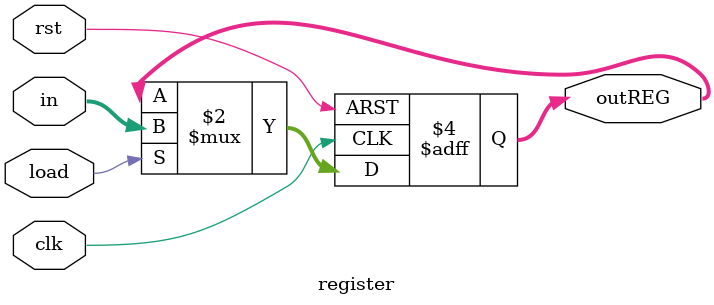
<source format=v>

module register #(parameter N = 16)(in, clk, rst, load, outREG);
  input  [N-1:0] in;
  input  clk, rst, load;
  output reg [N-1:0] outREG;
  
  always @(posedge clk, posedge rst) begin
    if (rst)
        outREG <= {(N){1'b0}};
    else if (load)
         outREG <= in;
  end //always
                           
endmodule

</source>
